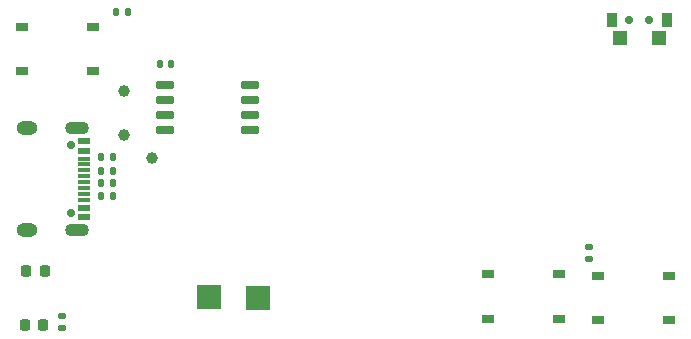
<source format=gbr>
%TF.GenerationSoftware,KiCad,Pcbnew,7.0.6*%
%TF.CreationDate,2024-06-03T18:18:50-04:00*%
%TF.ProjectId,V3,56332e6b-6963-4616-945f-706362585858,rev?*%
%TF.SameCoordinates,Original*%
%TF.FileFunction,Soldermask,Bot*%
%TF.FilePolarity,Negative*%
%FSLAX46Y46*%
G04 Gerber Fmt 4.6, Leading zero omitted, Abs format (unit mm)*
G04 Created by KiCad (PCBNEW 7.0.6) date 2024-06-03 18:18:50*
%MOMM*%
%LPD*%
G01*
G04 APERTURE LIST*
G04 Aperture macros list*
%AMRoundRect*
0 Rectangle with rounded corners*
0 $1 Rounding radius*
0 $2 $3 $4 $5 $6 $7 $8 $9 X,Y pos of 4 corners*
0 Add a 4 corners polygon primitive as box body*
4,1,4,$2,$3,$4,$5,$6,$7,$8,$9,$2,$3,0*
0 Add four circle primitives for the rounded corners*
1,1,$1+$1,$2,$3*
1,1,$1+$1,$4,$5*
1,1,$1+$1,$6,$7*
1,1,$1+$1,$8,$9*
0 Add four rect primitives between the rounded corners*
20,1,$1+$1,$2,$3,$4,$5,0*
20,1,$1+$1,$4,$5,$6,$7,0*
20,1,$1+$1,$6,$7,$8,$9,0*
20,1,$1+$1,$8,$9,$2,$3,0*%
G04 Aperture macros list end*
%ADD10R,1.000000X0.750000*%
%ADD11C,1.000000*%
%ADD12RoundRect,0.135000X0.135000X0.185000X-0.135000X0.185000X-0.135000X-0.185000X0.135000X-0.185000X0*%
%ADD13RoundRect,0.135000X-0.135000X-0.185000X0.135000X-0.185000X0.135000X0.185000X-0.135000X0.185000X0*%
%ADD14C,0.700000*%
%ADD15R,1.100000X0.550000*%
%ADD16R,1.100000X0.300000*%
%ADD17O,2.000000X1.100000*%
%ADD18O,1.800000X1.200000*%
%ADD19R,2.000000X2.000000*%
%ADD20RoundRect,0.218750X-0.218750X-0.256250X0.218750X-0.256250X0.218750X0.256250X-0.218750X0.256250X0*%
%ADD21RoundRect,0.140000X-0.140000X-0.170000X0.140000X-0.170000X0.140000X0.170000X-0.140000X0.170000X0*%
%ADD22RoundRect,0.150000X0.650000X0.150000X-0.650000X0.150000X-0.650000X-0.150000X0.650000X-0.150000X0*%
%ADD23RoundRect,0.135000X-0.185000X0.135000X-0.185000X-0.135000X0.185000X-0.135000X0.185000X0.135000X0*%
%ADD24R,0.900000X1.200000*%
%ADD25R,1.200000X1.300000*%
G04 APERTURE END LIST*
D10*
%TO.C,S6*%
X103101400Y-130865400D03*
X97101400Y-130865400D03*
X103101400Y-134615400D03*
X97101400Y-134615400D03*
%TD*%
%TO.C,S3*%
X142547600Y-151795000D03*
X136547600Y-151795000D03*
X142547600Y-155545000D03*
X136547600Y-155545000D03*
%TD*%
%TO.C,S2*%
X151869400Y-151896600D03*
X145869400Y-151896600D03*
X151869400Y-155646600D03*
X145869400Y-155646600D03*
%TD*%
D11*
%TO.C,TP5*%
X108102400Y-141960600D03*
%TD*%
%TO.C,TP4*%
X105689400Y-140004800D03*
%TD*%
%TO.C,TP3*%
X105689400Y-136254800D03*
%TD*%
D12*
%TO.C,R13*%
X104802400Y-144094200D03*
X103782400Y-144094200D03*
%TD*%
D13*
%TO.C,R3*%
X103731600Y-141833600D03*
X104751600Y-141833600D03*
%TD*%
%TO.C,R1*%
X103782400Y-145135600D03*
X104802400Y-145135600D03*
%TD*%
D14*
%TO.C,USB1*%
X101213900Y-146628600D03*
X101213900Y-140848600D03*
D15*
X102293900Y-146938600D03*
X102293900Y-146138600D03*
D16*
X102293900Y-145488600D03*
X102293900Y-144988600D03*
X102293900Y-144488600D03*
X102293900Y-143988600D03*
X102293900Y-143488600D03*
X102293900Y-142988600D03*
X102293900Y-142488600D03*
X102293900Y-141988600D03*
D15*
X102293900Y-141338600D03*
X102293900Y-140538600D03*
D17*
X101743900Y-148058600D03*
D18*
X97533900Y-148058600D03*
D17*
X101743900Y-139418600D03*
D18*
X97533900Y-139418600D03*
%TD*%
D12*
%TO.C,R11*%
X104802400Y-143052800D03*
X103782400Y-143052800D03*
%TD*%
D19*
%TO.C,J2*%
X112903000Y-153695400D03*
%TD*%
D20*
%TO.C,D1*%
X97434300Y-151485600D03*
X99009300Y-151485600D03*
%TD*%
D21*
%TO.C,C13*%
X108740000Y-134010400D03*
X109700000Y-134010400D03*
%TD*%
D22*
%TO.C,U4*%
X116350600Y-135788400D03*
X116350600Y-137058400D03*
X116350600Y-138328400D03*
X116350600Y-139598400D03*
X109150600Y-139598400D03*
X109150600Y-138328400D03*
X109150600Y-137058400D03*
X109150600Y-135788400D03*
%TD*%
D23*
%TO.C,R21*%
X100482400Y-155293600D03*
X100482400Y-156313600D03*
%TD*%
%TO.C,R7*%
X145110200Y-149453600D03*
X145110200Y-150473600D03*
%TD*%
D19*
%TO.C,J1*%
X117068600Y-153771600D03*
%TD*%
D13*
%TO.C,R16*%
X105052400Y-129540000D03*
X106072400Y-129540000D03*
%TD*%
D14*
%TO.C,SW1*%
X150188000Y-130225800D03*
X148488000Y-130225800D03*
D24*
X151638000Y-130225800D03*
X147038000Y-130225800D03*
D25*
X151008000Y-131765800D03*
X147658000Y-131765800D03*
%TD*%
D20*
%TO.C,D2*%
X97307200Y-156083000D03*
X98882200Y-156083000D03*
%TD*%
M02*

</source>
